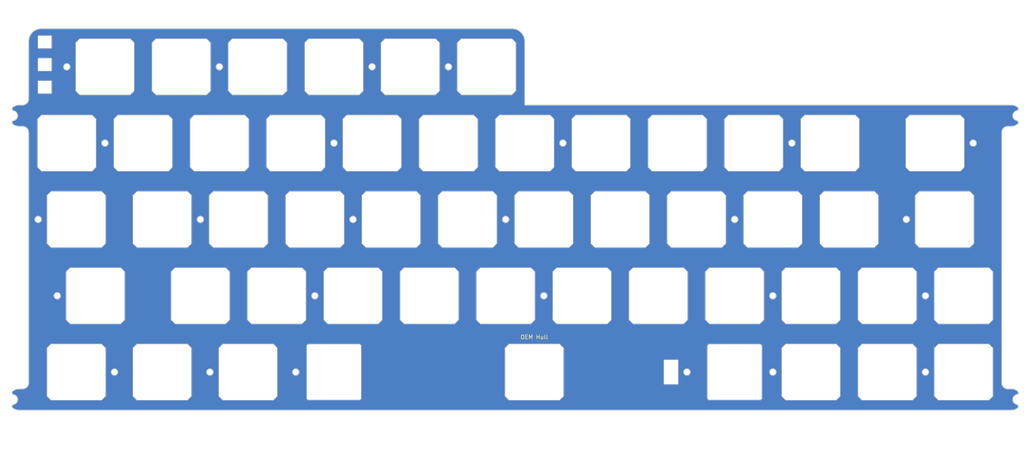
<source format=kicad_pcb>
(kicad_pcb (version 20240108) (generator "pcbnew") (generator_version "8.0")
  (layers (0 "F.Cu" signal) (31 "B.Cu" signal) (34 "B.Paste" user) (35 "F.Paste" user) (36 "B.SilkS" user "B.Silkscreen") (37 "F.SilkS" user "F.Silkscreen") (38 "B.Mask" user) (39 "F.Mask" user) (44 "Edge.Cuts" user))
  (net 0 "")
  (net 1 "GND")
  (footprint "cipulot_parts:ecs_plate_cut_1U" (layer "F.Cu") (at 242.8875 115.8875)
    (property "Reference" "REF**")
    (property "Value" "Value " (hide yes))
    (fp_line (start -7.3 -6) (end -7.3 6) (stroke (width 0.12)) (layer "Edge.Cuts"))
    (fp_line (start -7.3 6) (end -6.3 7) (stroke (width 0.12)) (layer "Edge.Cuts"))
    (fp_line (start -6.3 -7) (end -7.3 -6) (stroke (width 0.12)) (layer "Edge.Cuts"))
    (fp_line (start -6.3 7) (end 6.3 7) (stroke (width 0.12)) (layer "Edge.Cuts"))
    (fp_line (start 6.3 -7) (end -6.3 -7) (stroke (width 0.12)) (layer "Edge.Cuts"))
    (fp_line (start 6.3 -7) (end 7.3 -6) (stroke (width 0.12)) (layer "Edge.Cuts"))
    (fp_line (start 6.3 7) (end 7.3 6) (stroke (width 0.12)) (layer "Edge.Cuts"))
    (fp_line (start 7.3 6) (end 7.3 -6) (stroke (width 0.12)) (layer "Edge.Cuts"))
  )
  (footprint "cipulot_parts:ecs_plate_cut_1U" (layer "F.Cu") (at 45.24375 115.8875)
    (property "Reference" "REF**")
    (property "Value" "Value " (hide yes))
    (fp_line (start -7.3 -6) (end -7.3 6) (stroke (width 0.12)) (layer "Edge.Cuts"))
    (fp_line (start -7.3 6) (end -6.3 7) (stroke (width 0.12)) (layer "Edge.Cuts"))
    (fp_line (start -6.3 -7) (end -7.3 -6) (stroke (width 0.12)) (layer "Edge.Cuts"))
    (fp_line (start -6.3 7) (end 6.3 7) (stroke (width 0.12)) (layer "Edge.Cuts"))
    (fp_line (start 6.3 -7) (end -6.3 -7) (stroke (width 0.12)) (layer "Edge.Cuts"))
    (fp_line (start 6.3 -7) (end 7.3 -6) (stroke (width 0.12)) (layer "Edge.Cuts"))
    (fp_line (start 6.3 7) (end 7.3 6) (stroke (width 0.12)) (layer "Edge.Cuts"))
    (fp_line (start 7.3 6) (end 7.3 -6) (stroke (width 0.12)) (layer "Edge.Cuts"))
  )
  (footprint "cipulot_parts:ecs_plate_cut_1U" (layer "F.Cu") (at 190.5 77.7875)
    (property "Reference" "REF**")
    (property "Value" "Value " (hide yes))
    (fp_line (start -7.3 -6) (end -7.3 6) (stroke (width 0.12)) (layer "Edge.Cuts"))
    (fp_line (start -7.3 6) (end -6.3 7) (stroke (width 0.12)) (layer "Edge.Cuts"))
    (fp_line (start -6.3 -7) (end -7.3 -6) (stroke (width 0.12)) (layer "Edge.Cuts"))
    (fp_line (start -6.3 7) (end 6.3 7) (stroke (width 0.12)) (layer "Edge.Cuts"))
    (fp_line (start 6.3 -7) (end -6.3 -7) (stroke (width 0.12)) (layer "Edge.Cuts"))
    (fp_line (start 6.3 -7) (end 7.3 -6) (stroke (width 0.12)) (layer "Edge.Cuts"))
    (fp_line (start 6.3 7) (end 7.3 6) (stroke (width 0.12)) (layer "Edge.Cuts"))
    (fp_line (start 7.3 6) (end 7.3 -6) (stroke (width 0.12)) (layer "Edge.Cuts"))
  )
  (footprint "cipulot_parts:ecs_plate_cut_1U" (layer "F.Cu") (at 261.9375 134.9375)
    (property "Reference" "REF**")
    (property "Value" "Value " (hide yes))
    (fp_line (start -7.3 -6) (end -7.3 6) (stroke (width 0.12)) (layer "Edge.Cuts"))
    (fp_line (start -7.3 6) (end -6.3 7) (stroke (width 0.12)) (layer "Edge.Cuts"))
    (fp_line (start -6.3 -7) (end -7.3 -6) (stroke (width 0.12)) (layer "Edge.Cuts"))
    (fp_line (start -6.3 7) (end 6.3 7) (stroke (width 0.12)) (layer "Edge.Cuts"))
    (fp_line (start 6.3 -7) (end -6.3 -7) (stroke (width 0.12)) (layer "Edge.Cuts"))
    (fp_line (start 6.3 -7) (end 7.3 -6) (stroke (width 0.12)) (layer "Edge.Cuts"))
    (fp_line (start 6.3 7) (end 7.3 6) (stroke (width 0.12)) (layer "Edge.Cuts"))
    (fp_line (start 7.3 6) (end 7.3 -6) (stroke (width 0.12)) (layer "Edge.Cuts"))
  )
  (footprint "cipulot_parts:ecs_plate_cut_1U" (layer "F.Cu") (at 123.825 58.7375)
    (property "Reference" "REF**")
    (property "Value" "Value " (hide yes))
    (fp_line (start -7.3 -6) (end -7.3 6) (stroke (width 0.12)) (layer "Edge.Cuts"))
    (fp_line (start -7.3 6) (end -6.3 7) (stroke (width 0.12)) (layer "Edge.Cuts"))
    (fp_line (start -6.3 -7) (end -7.3 -6) (stroke (width 0.12)) (layer "Edge.Cuts"))
    (fp_line (start -6.3 7) (end 6.3 7) (stroke (width 0.12)) (layer "Edge.Cuts"))
    (fp_line (start 6.3 -7) (end -6.3 -7) (stroke (width 0.12)) (layer "Edge.Cuts"))
    (fp_line (start 6.3 -7) (end 7.3 -6) (stroke (width 0.12)) (layer "Edge.Cuts"))
    (fp_line (start 6.3 7) (end 7.3 6) (stroke (width 0.12)) (layer "Edge.Cuts"))
    (fp_line (start 7.3 6) (end 7.3 -6) (stroke (width 0.12)) (layer "Edge.Cuts"))
  )
  (footprint "cipulot_parts:ecs_plate_cut_1U" (layer "F.Cu") (at 261.9375 115.8875)
    (property "Reference" "REF**")
    (property "Value" "Value " (hide yes))
    (fp_line (start -7.3 -6) (end -7.3 6) (stroke (width 0.12)) (layer "Edge.Cuts"))
    (fp_line (start -7.3 6) (end -6.3 7) (stroke (width 0.12)) (layer "Edge.Cuts"))
    (fp_line (start -6.3 -7) (end -7.3 -6) (stroke (width 0.12)) (layer "Edge.Cuts"))
    (fp_line (start -6.3 7) (end 6.3 7) (stroke (width 0.12)) (layer "Edge.Cuts"))
    (fp_line (start 6.3 -7) (end -6.3 -7) (stroke (width 0.12)) (layer "Edge.Cuts"))
    (fp_line (start 6.3 -7) (end 7.3 -6) (stroke (width 0.12)) (layer "Edge.Cuts"))
    (fp_line (start 6.3 7) (end 7.3 6) (stroke (width 0.12)) (layer "Edge.Cuts"))
    (fp_line (start 7.3 6) (end 7.3 -6) (stroke (width 0.12)) (layer "Edge.Cuts"))
  )
  (footprint "cipulot_parts:ecs_plate_cut_1U" (layer "F.Cu") (at 85.725 58.7375)
    (property "Reference" "REF**")
    (property "Value" "Value " (hide yes))
    (fp_line (start -7.3 -6) (end -7.3 6) (stroke (width 0.12)) (layer "Edge.Cuts"))
    (fp_line (start -7.3 6) (end -6.3 7) (stroke (width 0.12)) (layer "Edge.Cuts"))
    (fp_line (start -6.3 -7) (end -7.3 -6) (stroke (width 0.12)) (layer "Edge.Cuts"))
    (fp_line (start -6.3 7) (end 6.3 7) (stroke (width 0.12)) (layer "Edge.Cuts"))
    (fp_line (start 6.3 -7) (end -6.3 -7) (stroke (width 0.12)) (layer "Edge.Cuts"))
    (fp_line (start 6.3 -7) (end 7.3 -6) (stroke (width 0.12)) (layer "Edge.Cuts"))
    (fp_line (start 6.3 7) (end 7.3 6) (stroke (width 0.12)) (layer "Edge.Cuts"))
    (fp_line (start 7.3 6) (end 7.3 -6) (stroke (width 0.12)) (layer "Edge.Cuts"))
  )
  (footprint "cipulot_parts:ecs_plate_cut_1U" (layer "F.Cu") (at 223.8375 115.8875)
    (property "Reference" "REF**")
    (property "Value" "Value " (hide yes))
    (fp_line (start -7.3 -6) (end -7.3 6) (stroke (width 0.12)) (layer "Edge.Cuts"))
    (fp_line (start -7.3 6) (end -6.3 7) (stroke (width 0.12)) (layer "Edge.Cuts"))
    (fp_line (start -6.3 -7) (end -7.3 -6) (stroke (width 0.12)) (layer "Edge.Cuts"))
    (fp_line (start -6.3 7) (end 6.3 7) (stroke (width 0.12)) (layer "Edge.Cuts"))
    (fp_line (start 6.3 -7) (end -6.3 -7) (stroke (width 0.12)) (layer "Edge.Cuts"))
    (fp_line (start 6.3 -7) (end 7.3 -6) (stroke (width 0.12)) (layer "Edge.Cuts"))
    (fp_line (start 6.3 7) (end 7.3 6) (stroke (width 0.12)) (layer "Edge.Cuts"))
    (fp_line (start 7.3 6) (end 7.3 -6) (stroke (width 0.12)) (layer "Edge.Cuts"))
  )
  (footprint "cipulot_parts:ecs_plate_cut_1U" (layer "F.Cu") (at 233.3625 96.8375)
    (property "Reference" "REF**")
    (property "Value" "Value " (hide yes))
    (fp_line (start -7.3 -6) (end -7.3 6) (stroke (width 0.12)) (layer "Edge.Cuts"))
    (fp_line (start -7.3 6) (end -6.3 7) (stroke (width 0.12)) (layer "Edge.Cuts"))
    (fp_line (start -6.3 -7) (end -7.3 -6) (stroke (width 0.12)) (layer "Edge.Cuts"))
    (fp_line (start -6.3 7) (end 6.3 7) (stroke (width 0.12)) (layer "Edge.Cuts"))
    (fp_line (start 6.3 -7) (end -6.3 -7) (stroke (width 0.12)) (layer "Edge.Cuts"))
    (fp_line (start 6.3 -7) (end 7.3 -6) (stroke (width 0.12)) (layer "Edge.Cuts"))
    (fp_line (start 6.3 7) (end 7.3 6) (stroke (width 0.12)) (layer "Edge.Cuts"))
    (fp_line (start 7.3 6) (end 7.3 -6) (stroke (width 0.12)) (layer "Edge.Cuts"))
  )
  (footprint "cipulot_parts:ecs_plate_cut_1U" (layer "F.Cu") (at 61.9125 96.8375)
    (property "Reference" "REF**")
    (property "Value" "Value " (hide yes))
    (fp_line (start -7.3 -6) (end -7.3 6) (stroke (width 0.12)) (layer "Edge.Cuts"))
    (fp_line (start -7.3 6) (end -6.3 7) (stroke (width 0.12)) (layer "Edge.Cuts"))
    (fp_line (start -6.3 -7) (end -7.3 -6) (stroke (width 0.12)) (layer "Edge.Cuts"))
    (fp_line (start -6.3 7) (end 6.3 7) (stroke (width 0.12)) (layer "Edge.Cuts"))
    (fp_line (start 6.3 -7) (end -6.3 -7) (stroke (width 0.12)) (layer "Edge.Cuts"))
    (fp_line (start 6.3 -7) (end 7.3 -6) (stroke (width 0.12)) (layer "Edge.Cuts"))
    (fp_line (start 6.3 7) (end 7.3 6) (stroke (width 0.12)) (layer "Edge.Cuts"))
    (fp_line (start 7.3 6) (end 7.3 -6) (stroke (width 0.12)) (layer "Edge.Cuts"))
  )
  (footprint "cipulot_parts:ecs_plate_cut_1U" (layer "F.Cu") (at 242.8875 134.9375)
    (property "Reference" "REF**")
    (property "Value" "Value " (hide yes))
    (fp_line (start -7.3 -6) (end -7.3 6) (stroke (width 0.12)) (layer "Edge.Cuts"))
    (fp_line (start -7.3 6) (end -6.3 7) (stroke (width 0.12)) (layer "Edge.Cuts"))
    (fp_line (start -6.3 -7) (end -7.3 -6) (stroke (width 0.12)) (layer "Edge.Cuts"))
    (fp_line (start -6.3 7) (end 6.3 7) (stroke (width 0.12)) (layer "Edge.Cuts"))
    (fp_line (start 6.3 -7) (end -6.3 -7) (stroke (width 0.12)) (layer "Edge.Cuts"))
    (fp_line (start 6.3 -7) (end 7.3 -6) (stroke (width 0.12)) (layer "Edge.Cuts"))
    (fp_line (start 6.3 7) (end 7.3 6) (stroke (width 0.12)) (layer "Edge.Cuts"))
    (fp_line (start 7.3 6) (end 7.3 -6) (stroke (width 0.12)) (layer "Edge.Cuts"))
  )
  (footprint "cipulot_parts:ecs_plate_cut_1U" (layer "F.Cu") (at 95.25 77.7875)
    (property "Reference" "REF**")
    (property "Value" "Value " (hide yes))
    (fp_line (start -7.3 -6) (end -7.3 6) (stroke (width 0.12)) (layer "Edge.Cuts"))
    (fp_line (start -7.3 6) (end -6.3 7) (stroke (width 0.12)) (layer "Edge.Cuts"))
    (fp_line (start -6.3 -7) (end -7.3 -6) (stroke (width 0.12)) (layer "Edge.Cuts"))
    (fp_line (start -6.3 7) (end 6.3 7) (stroke (width 0.12)) (layer "Edge.Cuts"))
    (fp_line (start 6.3 -7) (end -6.3 -7) (stroke (width 0.12)) (layer "Edge.Cuts"))
    (fp_line (start 6.3 -7) (end 7.3 -6) (stroke (width 0.12)) (layer "Edge.Cuts"))
    (fp_line (start 6.3 7) (end 7.3 6) (stroke (width 0.12)) (layer "Edge.Cuts"))
    (fp_line (start 7.3 6) (end 7.3 -6) (stroke (width 0.12)) (layer "Edge.Cuts"))
  )
  (footprint "cipulot_parts:ecs_plate_cut_1U" (layer "F.Cu") (at 157.1625 96.8375)
    (property "Reference" "REF**")
    (property "Value" "Value " (hide yes))
    (fp_line (start -7.3 -6) (end -7.3 6) (stroke (width 0.12)) (layer "Edge.Cuts"))
    (fp_line (start -7.3 6) (end -6.3 7) (stroke (width 0.12)) (layer "Edge.Cuts"))
    (fp_line (start -6.3 -7) (end -7.3 -6) (stroke (width 0.12)) (layer "Edge.Cuts"))
    (fp_line (start -6.3 7) (end 6.3 7) (stroke (width 0.12)) (layer "Edge.Cuts"))
    (fp_line (start 6.3 -7) (end -6.3 -7) (stroke (width 0.12)) (layer "Edge.Cuts"))
    (fp_line (start 6.3 -7) (end 7.3 -6) (stroke (width 0.12)) (layer "Edge.Cuts"))
    (fp_line (start 6.3 7) (end 7.3 6) (stroke (width 0.12)) (layer "Edge.Cuts"))
    (fp_line (start 7.3 6) (end 7.3 -6) (stroke (width 0.12)) (layer "Edge.Cuts"))
  )
  (footprint "cipulot_parts:ecs_plate_cut_1U" (layer "F.Cu") (at 109.5375 115.8875)
    (property "Reference" "REF**")
    (property "Value" "Value " (hide yes))
    (fp_line (start -7.3 -6) (end -7.3 6) (stroke (width 0.12)) (layer "Edge.Cuts"))
    (fp_line (start -7.3 6) (end -6.3 7) (stroke (width 0.12)) (layer "Edge.Cuts"))
    (fp_line (start -6.3 -7) (end -7.3 -6) (stroke (width 0.12)) (layer "Edge.Cuts"))
    (fp_line (start -6.3 7) (end 6.3 7) (stroke (width 0.12)) (layer "Edge.Cuts"))
    (fp_line (start 6.3 -7) (end -6.3 -7) (stroke (width 0.12)) (layer "Edge.Cuts"))
    (fp_line (start 6.3 -7) (end 7.3 -6) (stroke (width 0.12)) (layer "Edge.Cuts"))
    (fp_line (start 6.3 7) (end 7.3 6) (stroke (width 0.12)) (layer "Edge.Cuts"))
    (fp_line (start 7.3 6) (end 7.3 -6) (stroke (width 0.12)) (layer "Edge.Cuts"))
  )
  (footprint "cipulot_parts:ecs_plate_cut_1U" (layer "F.Cu") (at 176.2125 96.8375)
    (property "Reference" "REF**")
    (property "Value" "Value " (hide yes))
    (fp_line (start -7.3 -6) (end -7.3 6) (stroke (width 0.12)) (layer "Edge.Cuts"))
    (fp_line (start -7.3 6) (end -6.3 7) (stroke (width 0.12)) (layer "Edge.Cuts"))
    (fp_line (start -6.3 -7) (end -7.3 -6) (stroke (width 0.12)) (layer "Edge.Cuts"))
    (fp_line (start -6.3 7) (end 6.3 7) (stroke (width 0.12)) (layer "Edge.Cuts"))
    (fp_line (start 6.3 -7) (end -6.3 -7) (stroke (width 0.12)) (layer "Edge.Cuts"))
    (fp_line (start 6.3 -7) (end 7.3 -6) (stroke (width 0.12)) (layer "Edge.Cuts"))
    (fp_line (start 6.3 7) (end 7.3 6) (stroke (width 0.12)) (layer "Edge.Cuts"))
    (fp_line (start 7.3 6) (end 7.3 -6) (stroke (width 0.12)) (layer "Edge.Cuts"))
  )
  (footprint "cipulot_parts:ecs_plate_cut_1U" (layer "F.Cu") (at 76.2 77.7875)
    (property "Reference" "REF**")
    (property "Value" "Value " (hide yes))
    (fp_line (start -7.3 -6) (end -7.3 6) (stroke (width 0.12)) (layer "Edge.Cuts"))
    (fp_line (start -7.3 6) (end -6.3 7) (stroke (width 0.12)) (layer "Edge.Cuts"))
    (fp_line (start -6.3 -7) (end -7.3 -6) (stroke (width 0.12)) (layer "Edge.Cuts"))
    (fp_line (start -6.3 7) (end 6.3 7) (stroke (width 0.12)) (layer "Edge.Cuts"))
    (fp_line (start 6.3 -7) (end -6.3 -7) (stroke (width 0.12)) (layer "Edge.Cuts"))
    (fp_line (start 6.3 -7) (end 7.3 -6) (stroke (width 0.12)) (layer "Edge.Cuts"))
    (fp_line (start 6.3 7) (end 7.3 6) (stroke (width 0.12)) (layer "Edge.Cuts"))
    (fp_line (start 7.3 6) (end 7.3 -6) (stroke (width 0.12)) (layer "Edge.Cuts"))
  )
  (footprint "cipulot_parts:ecs_plate_cut_1U" (layer "F.Cu") (at 66.675 58.7375)
    (property "Reference" "REF**")
    (property "Value" "Value " (hide yes))
    (fp_line (start -7.3 -6) (end -7.3 6) (stroke (width 0.12)) (layer "Edge.Cuts"))
    (fp_line (start -7.3 6) (end -6.3 7) (stroke (width 0.12)) (layer "Edge.Cuts"))
    (fp_line (start -6.3 -7) (end -7.3 -6) (stroke (width 0.12)) (layer "Edge.Cuts"))
    (fp_line (start -6.3 7) (end 6.3 7) (stroke (width 0.12)) (layer "Edge.Cuts"))
    (fp_line (start 6.3 -7) (end -6.3 -7) (stroke (width 0.12)) (layer "Edge.Cuts"))
    (fp_line (start 6.3 -7) (end 7.3 -6) (stroke (width 0.12)) (layer "Edge.Cuts"))
    (fp_line (start 6.3 7) (end 7.3 6) (stroke (width 0.12)) (layer "Edge.Cuts"))
    (fp_line (start 7.3 6) (end 7.3 -6) (stroke (width 0.12)) (layer "Edge.Cuts"))
  )
  (footprint "cipulot_parts:ecs_plate_cut_1U" (layer "F.Cu") (at 128.5875 115.8875)
    (property "Reference" "REF**")
    (property "Value" "Value " (hide yes))
    (fp_line (start -7.3 -6) (end -7.3 6) (stroke (width 0.12)) (layer "Edge.Cuts"))
    (fp_line (start -7.3 6) (end -6.3 7) (stroke (width 0.12)) (layer "Edge.Cuts"))
    (fp_line (start -6.3 -7) (end -7.3 -6) (stroke (width 0.12)) (layer "Edge.Cuts"))
    (fp_line (start -6.3 7) (end 6.3 7) (stroke (width 0.12)) (layer "Edge.Cuts"))
    (fp_line (start 6.3 -7) (end -6.3 -7) (stroke (width 0.12)) (layer "Edge.Cuts"))
    (fp_line (start 6.3 -7) (end 7.3 -6) (stroke (width 0.12)) (layer "Edge.Cuts"))
    (fp_line (start 6.3 7) (end 7.3 6) (stroke (width 0.12)) (layer "Edge.Cuts"))
    (fp_line (start 7.3 6) (end 7.3 -6) (stroke (width 0.12)) (layer "Edge.Cuts"))
  )
  (footprint "cipulot_parts:ecs_plate_cut_1U" (layer "F.Cu") (at 40.48125 134.9375)
    (property "Reference" "REF**")
    (property "Value" "Value " (hide yes))
    (fp_line (start -7.3 -6) (end -7.3 6) (stroke (width 0.12)) (layer "Edge.Cuts"))
    (fp_line (start -7.3 6) (end -6.3 7) (stroke (width 0.12)) (layer "Edge.Cuts"))
    (fp_line (start -6.3 -7) (end -7.3 -6) (stroke (width 0.12)) (layer "Edge.Cuts"))
    (fp_line (start -6.3 7) (end 6.3 7) (stroke (width 0.12)) (layer "Edge.Cuts"))
    (fp_line (start 6.3 -7) (end -6.3 -7) (stroke (width 0.12)) (layer "Edge.Cuts"))
    (fp_line (start 6.3 -7) (end 7.3 -6) (stroke (width 0.12)) (layer "Edge.Cuts"))
    (fp_line (start 6.3 7) (end 7.3 6) (stroke (width 0.12)) (layer "Edge.Cuts"))
    (fp_line (start 7.3 6) (end 7.3 -6) (stroke (width 0.12)) (layer "Edge.Cuts"))
  )
  (footprint "cipulot_parts:ecs_plate_cut_1U" (layer "F.Cu") (at 57.15 77.7875)
    (property "Reference" "REF**")
    (property "Value" "Value " (hide yes))
    (fp_line (start -7.3 -6) (end -7.3 6) (stroke (width 0.12)) (layer "Edge.Cuts"))
    (fp_line (start -7.3 6) (end -6.3 7) (stroke (width 0.12)) (layer "Edge.Cuts"))
    (fp_line (start -6.3 -7) (end -7.3 -6) (stroke (width 0.12)) (layer "Edge.Cuts"))
    (fp_line (start -6.3 7) (end 6.3 7) (stroke (width 0.12)) (layer "Edge.Cuts"))
    (fp_line (start 6.3 -7) (end -6.3 -7) (stroke (width 0.12)) (layer "Edge.Cuts"))
    (fp_line (start 6.3 -7) (end 7.3 -6) (stroke (width 0.12)) (layer "Edge.Cuts"))
    (fp_line (start 6.3 7) (end 7.3 6) (stroke (width 0.12)) (layer "Edge.Cuts"))
    (fp_line (start 7.3 6) (end 7.3 -6) (stroke (width 0.12)) (layer "Edge.Cuts"))
  )
  (footprint "cipulot_parts:ecs_plate_cut_1U" (layer "F.Cu") (at 47.625 58.7375)
    (property "Reference" "REF**")
    (property "Value" "Value " (hide yes))
    (fp_line (start -7.3 -6) (end -7.3 6) (stroke (width 0.12)) (layer "Edge.Cuts"))
    (fp_line (start -7.3 6) (end -6.3 7) (stroke (width 0.12)) (layer "Edge.Cuts"))
    (fp_line (start -6.3 -7) (end -7.3 -6) (stroke (width 0.12)) (layer "Edge.Cuts"))
    (fp_line (start -6.3 7) (end 6.3 7) (stroke (width 0.12)) (layer "Edge.Cuts"))
    (fp_line (start 6.3 -7) (end -6.3 -7) (stroke (width 0.12)) (layer "Edge.Cuts"))
    (fp_line (start 6.3 -7) (end 7.3 -6) (stroke (width 0.12)) (layer "Edge.Cuts"))
    (fp_line (start 6.3 7) (end 7.3 6) (stroke (width 0.12)) (layer "Edge.Cuts"))
    (fp_line (start 7.3 6) (end 7.3 -6) (stroke (width 0.12)) (layer "Edge.Cuts"))
  )
  (footprint "cipulot_parts:ecs_plate_cut_1U" (layer "F.Cu") (at 40.48125 96.8375)
    (property "Reference" "REF**")
    (property "Value" "Value " (hide yes))
    (fp_line (start -7.3 -6) (end -7.3 6) (stroke (width 0.12)) (layer "Edge.Cuts"))
    (fp_line (start -7.3 6) (end -6.3 7) (stroke (width 0.12)) (layer "Edge.Cuts"))
    (fp_line (start -6.3 -7) (end -7.3 -6) (stroke (width 0.12)) (layer "Edge.Cuts"))
    (fp_line (start -6.3 7) (end 6.3 7) (stroke (width 0.12)) (layer "Edge.Cuts"))
    (fp_line (start 6.3 -7) (end -6.3 -7) (stroke (width 0.12)) (layer "Edge.Cuts"))
    (fp_line (start 6.3 -7) (end 7.3 -6) (stroke (width 0.12)) (layer "Edge.Cuts"))
    (fp_line (start 6.3 7) (end 7.3 6) (stroke (width 0.12)) (layer "Edge.Cuts"))
    (fp_line (start 7.3 6) (end 7.3 -6) (stroke (width 0.12)) (layer "Edge.Cuts"))
  )
  (footprint "cipulot_parts:ecs_plate_cut_1U" (layer "F.Cu") (at 171.45 77.7875)
    (property "Reference" "REF**")
    (property "Value" "Value " (hide yes))
    (fp_line (start -7.3 -6) (end -7.3 6) (stroke (width 0.12)) (layer "Edge.Cuts"))
    (fp_line (start -7.3 6) (end -6.3 7) (stroke (width 0.12)) (layer "Edge.Cuts"))
    (fp_line (start -6.3 -7) (end -7.3 -6) (stroke (width 0.12)) (layer "Edge.Cuts"))
    (fp_line (start -6.3 7) (end 6.3 7) (stroke (width 0.12)) (layer "Edge.Cuts"))
    (fp_line (start 6.3 -7) (end -6.3 -7) (stroke (width 0.12)) (layer "Edge.Cuts"))
    (fp_line (start 6.3 -7) (end 7.3 -6) (stroke (width 0.12)) (layer "Edge.Cuts"))
    (fp_line (start 6.3 7) (end 7.3 6) (stroke (width 0.12)) (layer "Edge.Cuts"))
    (fp_line (start 7.3 6) (end 7.3 -6) (stroke (width 0.12)) (layer "Edge.Cuts"))
  )
  (footprint "cipulot_parts:ecs_plate_cut_1U" (layer "F.Cu") (at 100.0125 96.8375)
    (property "Reference" "REF**")
    (property "Value" "Value " (hide yes))
    (fp_line (start -7.3 -6) (end -7.3 6) (stroke (width 0.12)) (layer "Edge.Cuts"))
    (fp_line (start -7.3 6) (end -6.3 7) (stroke (width 0.12)) (layer "Edge.Cuts"))
    (fp_line (start -6.3 -7) (end -7.3 -6) (stroke (width 0.12)) (layer "Edge.Cuts"))
    (fp_line (start -6.3 7) (end 6.3 7) (stroke (width 0.12)) (layer "Edge.Cuts"))
    (fp_line (start 6.3 -7) (end -6.3 -7) (stroke (width 0.12)) (layer "Edge.Cuts"))
    (fp_line (start 6.3 -7) (end 7.3 -6) (stroke (width 0.12)) (layer "Edge.Cuts"))
    (fp_line (start 6.3 7) (end 7.3 6) (stroke (width 0.12)) (layer "Edge.Cuts"))
    (fp_line (start 7.3 6) (end 7.3 -6) (stroke (width 0.12)) (layer "Edge.Cuts"))
  )
  (footprint "cipulot_parts:ecs_plate_cut_1U" (layer "F.Cu") (at 114.3 77.7875)
    (property "Reference" "REF**")
    (property "Value" "Value " (hide yes))
    (fp_line (start -7.3 -6) (end -7.3 6) (stroke (width 0.12)) (layer "Edge.Cuts"))
    (fp_line (start -7.3 6) (end -6.3 7) (stroke (width 0.12)) (layer "Edge.Cuts"))
    (fp_line (start -6.3 -7) (end -7.3 -6) (stroke (width 0.12)) (layer "Edge.Cuts"))
    (fp_line (start -6.3 7) (end 6.3 7) (stroke (width 0.12)) (layer "Edge.Cuts"))
    (fp_line (start 6.3 -7) (end -6.3 -7) (stroke (width 0.12)) (layer "Edge.Cuts"))
    (fp_line (start 6.3 -7) (end 7.3 -6) (stroke (width 0.12)) (layer "Edge.Cuts"))
    (fp_line (start 6.3 7) (end 7.3 6) (stroke (width 0.12)) (layer "Edge.Cuts"))
    (fp_line (start 7.3 6) (end 7.3 -6) (stroke (width 0.12)) (layer "Edge.Cuts"))
  )
  (footprint "cipulot_parts:ecs_plate_cut_1U" (layer "F.Cu") (at 204.7875 115.8875)
    (property "Reference" "REF**")
    (property "Value" "Value " (hide yes))
    (fp_line (start -7.3 -6) (end -7.3 6) (stroke (width 0.12)) (layer "Edge.Cuts"))
    (fp_line (start -7.3 6) (end -6.3 7) (stroke (width 0.12)) (layer "Edge.Cuts"))
    (fp_line (start -6.3 -7) (end -7.3 -6) (stroke (width 0.12)) (layer "Edge.Cuts"))
    (fp_line (start -6.3 7) (end 6.3 7) (stroke (width 0.12)) (layer "Edge.Cuts"))
    (fp_line (start 6.3 -7) (end -6.3 -7) (stroke (width 0.12)) (layer "Edge.Cuts"))
    (fp_line (start 6.3 -7) (end 7.3 -6) (stroke (width 0.12)) (layer "Edge.Cuts"))
    (fp_line (start 6.3 7) (end 7.3 6) (stroke (width 0.12)) (layer "Edge.Cuts"))
    (fp_line (start 7.3 6) (end 7.3 -6) (stroke (width 0.12)) (layer "Edge.Cuts"))
  )
  (footprint "cipulot_parts:ecs_plate_cut_1U" (layer "F.Cu") (at 80.9625 96.8375)
    (property "Reference" "REF**")
    (property "Value" "Value " (hide yes))
    (fp_line (start -7.3 -6) (end -7.3 6) (stroke (width 0.12)) (layer "Edge.Cuts"))
    (fp_line (start -7.3 6) (end -6.3 7) (stroke (width 0.12)) (layer "Edge.Cuts"))
    (fp_line (start -6.3 -7) (end -7.3 -6) (stroke (width 0.12)) (layer "Edge.Cuts"))
    (fp_line (start -6.3 7) (end 6.3 7) (stroke (width 0.12)) (layer "Edge.Cuts"))
    (fp_line (start 6.3 -7) (end -6.3 -7) (stroke (width 0.12)) (layer "Edge.Cuts"))
    (fp_line (start 6.3 -7) (end 7.3 -6) (stroke (width 0.12)) (layer "Edge.Cuts"))
    (fp_line (start 6.3 7) (end 7.3 6) (stroke (width 0.12)) (layer "Edge.Cuts"))
    (fp_line (start 7.3 6) (end 7.3 -6) (stroke (width 0.12)) (layer "Edge.Cuts"))
  )
  (footprint "cipulot_parts:ecs_plate_cut_1U" (layer "F.Cu") (at 83.34375 134.9375)
    (property "Reference" "REF**")
    (property "Value" "Value " (hide yes))
    (fp_line (start -7.3 -6) (end -7.3 6) (stroke (width 0.12)) (layer "Edge.Cuts"))
    (fp_line (start -7.3 6) (end -6.3 7) (stroke (width 0.12)) (layer "Edge.Cuts"))
    (fp_line (start -6.3 -7) (end -7.3 -6) (stroke (width 0.12)) (layer "Edge.Cuts"))
    (fp_line (start -6.3 7) (end 6.3 7) (stroke (width 0.12)) (layer "Edge.Cuts"))
    (fp_line (start 6.3 -7) (end -6.3 -7) (stroke (width 0.12)) (layer "Edge.Cuts"))
    (fp_line (start 6.3 -7) (end 7.3 -6) (stroke (width 0.12)) (layer "Edge.Cuts"))
    (fp_line (start 6.3 7) (end 7.3 6) (stroke (width 0.12)) (layer "Edge.Cuts"))
    (fp_line (start 7.3 6) (end 7.3 -6) (stroke (width 0.12)) (layer "Edge.Cuts"))
  )
  (footprint "cipulot_parts:ecs_plate_cut_1U" (layer "F.Cu") (at 214.3125 96.8375)
    (property "Reference" "REF**")
    (property "Value" "Value " (hide yes))
    (fp_line (start -7.3 -6) (end -7.3 6) (stroke (width 0.12)) (layer "Edge.Cuts"))
    (fp_line (start -7.3 6) (end -6.3 7) (stroke (width 0.12)) (layer "Edge.Cuts"))
    (fp_line (start -6.3 -7) (end -7.3 -6) (stroke (width 0.12)) (layer "Edge.Cuts"))
    (fp_line (start -6.3 7) (end 6.3 7) (stroke (width 0.12)) (layer "Edge.Cuts"))
    (fp_line (start 6.3 -7) (end -6.3 -7) (stroke (width 0.12)) (layer "Edge.Cuts"))
    (fp_line (start 6.3 -7) (end 7.3 -6) (stroke (width 0.12)) (layer "Edge.Cuts"))
    (fp_line (start 6.3 7) (end 7.3 6) (stroke (width 0.12)) (layer "Edge.Cuts"))
    (fp_line (start 7.3 6) (end 7.3 -6) (stroke (width 0.12)) (layer "Edge.Cuts"))
  )
  (footprint "cipulot_parts:ecs_plate_cut_1U" (layer "F.Cu") (at 38.1 77.7875)
    (property "Reference" "REF**")
    (property "Value" "Value " (hide yes))
    (fp_line (start -7.3 -6) (end -7.3 6) (stroke (width 0.12)) (layer "Edge.Cuts"))
    (fp_line (start -7.3 6) (end -6.3 7) (stroke (width 0.12)) (layer "Edge.Cuts"))
    (fp_line (start -6.3 -7) (end -7.3 -6) (stroke (width 0.12)) (layer "Edge.Cuts"))
    (fp_line (start -6.3 7) (end 6.3 7) (stroke (width 0.12)) (layer "Edge.Cuts"))
    (fp_line (start 6.3 -7) (end -6.3 -7) (stroke (width 0.12)) (layer "Edge.Cuts"))
    (fp_line (start 6.3 -7) (end 7.3 -6) (stroke (width 0.12)) (layer "Edge.Cuts"))
    (fp_line (start 6.3 7) (end 7.3 6) (stroke (width 0.12)) (layer "Edge.Cuts"))
    (fp_line (start 7.3 6) (end 7.3 -6) (stroke (width 0.12)) (layer "Edge.Cuts"))
  )
  (footprint "cipulot_parts:ecs_plate_cut_1U" (layer "F.Cu") (at 138.1125 96.8375)
    (property "Reference" "REF**")
    (property "Value" "Value " (hide yes))
    (fp_line (start -7.3 -6) (end -7.3 6) (stroke (width 0.12)) (layer "Edge.Cuts"))
    (fp_line (start -7.3 6) (end -6.3 7) (stroke (width 0.12)) (layer "Edge.Cuts"))
    (fp_line (start -6.3 -7) (end -7.3 -6) (stroke (width 0.12)) (layer "Edge.Cuts"))
    (fp_line (start -6.3 7) (end 6.3 7) (stroke (width 0.12)) (layer "Edge.Cuts"))
    (fp_line (start 6.3 -7) (end -6.3 -7) (stroke (width 0.12)) (layer "Edge.Cuts"))
    (fp_line (start 6.3 -7) (end 7.3 -6) (stroke (width 0.12)) (layer "Edge.Cuts"))
    (fp_line (start 6.3 7) (end 7.3 6) (stroke (width 0.12)) (layer "Edge.Cuts"))
    (fp_line (start 7.3 6) (end 7.3 -6) (stroke (width 0.12)) (layer "Edge.Cuts"))
  )
  (footprint "cipulot_parts:ecs_plate_cut_6.25U_space_stab" (layer "F.Cu") (at 154.78125 134.9375)
    (property "Reference" "REF**")
    (property "Value" "Value " (hide yes))
    (fp_line (start -56.8065 6.45) (end -56.8065 -6.45) (stroke (width 0.12)) (layer "Edge.Cuts"))
    (fp_line (start -56.3065 -6.95) (end -43.7065 -6.95) (stroke (width 0.12)) (layer "Edge.Cuts"))
    (fp_line (start -43.7065 6.95) (end -56.3065 6.95) (stroke (width 0.12)) (layer "Edge.Cuts"))
    (fp_line (start -43.2065 -6.45) (end -43.2065 6.45) (stroke (width 0.12)) (layer "Edge.Cuts"))
    (fp_line (start 43.2065 6.45) (end 43.2065 -6.45) (stroke (width 0.12)) (layer "Edge.Cuts"))
    (fp_line (start 43.7065 -6.95) (end 56.3065 -6.95) (stroke (width 0.12)) (layer "Edge.Cuts"))
    (fp_line (start 56.3065 6.95) (end 43.7065 6.95) (stroke (width 0.12)) (layer "Edge.Cuts"))
    (fp_line (start 56.8065 -6.45) (end 56.8065 6.45) (stroke (width 0.12)) (layer "Edge.Cuts"))
    (fp_arc (start -56.8065 -6.45) (mid -56.660053 -6.803553) (end -56.3065 -6.95) (stroke (width 0.12)) (layer "Edge.Cuts"))
    (fp_arc (start -56.3065 6.95) (mid -56.660053 6.803553) (end -56.8065 6.45) (stroke (width 0.12)) (layer "Edge.Cuts"))
    (fp_arc (start -43.7065 -6.95) (mid -43.352947 -6.803553) (end -43.2065 -6.45) (stroke (width 0.12)) (layer "Edge.Cuts"))
    (fp_arc (start -43.2065 6.45) (mid -43.352947 6.803553) (end -43.7065 6.95) (stroke (width 0.12)) (layer "Edge.Cuts"))
    (fp_arc (start 43.2065 -6.45) (mid 43.352947 -6.803553) (end 43.7065 -6.95) (stroke (width 0.12)) (layer "Edge.Cuts"))
    (fp_arc (start 43.7065 6.95) (mid 43.352947 6.803553) (end 43.2065 6.45) (stroke (width 0.12)) (layer "Edge.Cuts"))
    (fp_arc (start 56.3065 -6.95) (mid 56.660053 -6.803553) (end 56.8065 -6.45) (stroke (width 0.12)) (layer "Edge.Cuts"))
    (fp_arc (start 56.8065 6.45) (mid 56.660053 6.803553) (end 56.3065 6.95) (stroke (width 0.12)) (layer "Edge.Cuts"))
  )
  (footprint "cipulot_parts:ecs_plate_cut_1U" (layer "F.Cu") (at 254.79375 77.7875)
    (property "Reference" "REF**")
    (property "Value" "Value " (hide yes))
    (fp_line (start -7.3 -6) (end -7.3 6) (stroke (width 0.12)) (layer "Edge.Cuts"))
    (fp_line (start -7.3 6) (end -6.3 7) (stroke (width 0.12)) (layer "Edge.Cuts"))
    (fp_line (start -6.3 -7) (end -7.3 -6) (stroke (width 0.12)) (layer "Edge.Cuts"))
    (fp_line (start -6.3 7) (end 6.3 7) (stroke (width 0.12)) (layer "Edge.Cuts"))
    (fp_line (start 6.3 -7) (end -6.3 -7) (stroke (width 0.12)) (layer "Edge.Cuts"))
    (fp_line (start 6.3 -7) (end 7.3 -6) (stroke (width 0.12)) (layer "Edge.Cuts"))
    (fp_line (start 6.3 7) (end 7.3 6) (stroke (width 0.12)) (layer "Edge.Cuts"))
    (fp_line (start 7.3 6) (end 7.3 -6) (stroke (width 0.12)) (layer "Edge.Cuts"))
  )
  (footprint "cipulot_parts:ecs_plate_cut_1U" (layer "F.Cu") (at 223.8375 134.9375)
    (property "Reference" "REF**")
    (property "Value" "Value " (hide yes))
    (fp_line (start -7.3 -6) (end -7.3 6) (stroke (width 0.12)) (layer "Edge.Cuts"))
    (fp_line (start -7.3 6) (end -6.3 7) (stroke (width 0.12)) (layer "Edge.Cuts"))
    (fp_line (start -6.3 -7) (end -7.3 -6) (stroke (width 0.12)) (layer "Edge.Cuts"))
    (fp_line (start -6.3 7) (end 6.3 7) (stroke (width 0.12)) (layer "Edge.Cuts"))
    (fp_line (start 6.3 -7) (end -6.3 -7) (stroke (width 0.12)) (layer "Edge.Cuts"))
    (fp_line (start 6.3 -7) (end 7.3 -6) (stroke (width 0.12)) (layer "Edge.Cuts"))
    (fp_line (start 6.3 7) (end 7.3 6) (stroke (width 0.12)) (layer "Edge.Cuts"))
    (fp_line (start 7.3 6) (end 7.3 -6) (stroke (width 0.12)) (layer "Edge.Cuts"))
  )
  (footprint "cipulot_parts:ecs_plate_cut_1U" (layer "F.Cu") (at 209.55 77.7875)
    (property "Reference" "REF**")
    (property "Value" "Value " (hide yes))
    (fp_line (start -7.3 -6) (end -7.3 6) (stroke (width 0.12)) (layer "Edge.Cuts"))
    (fp_line (start -7.3 6) (end -6.3 7) (stroke (width 0.12)) (layer "Edge.Cuts"))
    (fp_line (start -6.3 -7) (end -7.3 -6) (stroke (width 0.12)) (layer "Edge.Cuts"))
    (fp_line (start -6.3 7) (end 6.3 7) (stroke (width 0.12)) (layer "Edge.Cuts"))
    (fp_line (start 6.3 -7) (end -6.3 -7) (stroke (width 0.12)) (layer "Edge.Cuts"))
    (fp_line (start 6.3 -7) (end 7.3 -6) (stroke (width 0.12)) (layer "Edge.Cuts"))
    (fp_line (start 6.3 7) (end 7.3 6) (stroke (width 0.12)) (layer "Edge.Cuts"))
    (fp_line (start 7.3 6) (end 7.3 -6) (stroke (width 0.12)) (layer "Edge.Cuts"))
  )
  (footprint "cipulot_parts:ecs_plate_cut_1U" (layer "F.Cu") (at 195.2625 96.8375)
    (property "Reference" "REF**")
    (property "Value" "Value " (hide yes))
    (fp_line (start -7.3 -6) (end -7.3 6) (stroke (width 0.12)) (layer "Edge.Cuts"))
    (fp_line (start -7.3 6) (end -6.3 7) (stroke (width 0.12)) (layer "Edge.Cuts"))
    (fp_line (start -6.3 -7) (end -7.3 -6) (stroke (width 0.12)) (layer "Edge.Cuts"))
    (fp_line (start -6.3 7) (end 6.3 7) (stroke (width 0.12)) (layer "Edge.Cuts"))
    (fp_line (start 6.3 -7) (end -6.3 -7) (stroke (width 0.12)) (layer "Edge.Cuts"))
    (fp_line (start 6.3 -7) (end 7.3 -6) (stroke (width 0.12)) (layer "Edge.Cuts"))
    (fp_line (start 6.3 7) (end 7.3 6) (stroke (width 0.12)) (layer "Edge.Cuts"))
    (fp_line (start 7.3 6) (end 7.3 -6) (stroke (width 0.12)) (layer "Edge.Cuts"))
  )
  (footprint "cipulot_parts:ecs_plate_cut_1U" (layer "F.Cu") (at 185.7375 115.8875)
    (property "Reference" "REF**")
    (property "Value" "Value " (hide yes))
    (fp_line (start -7.3 -6) (end -7.3 6) (stroke (width 0.12)) (layer "Edge.Cuts"))
    (fp_line (start -7.3 6) (end -6.3 7) (stroke (width 0.12)) (layer "Edge.Cuts"))
    (fp_line (start -6.3 -7) (end -7.3 -6) (stroke (width 0.12)) (layer "Edge.Cuts"))
    (fp_line (start -6.3 7) (end 6.3 7) (stroke (width 0.12)) (layer "Edge.Cuts"))
    (fp_line (start 6.3 -7) (end -6.3 -7) (stroke (width 0.12)) (layer "Edge.Cuts"))
    (fp_line (start 6.3 -7) (end 7.3 -6) (stroke (width 0.12)) (layer "Edge.Cuts"))
    (fp_line (start 6.3 7) (end 7.3 6) (stroke (width 0.12)) (layer "Edge.Cuts"))
    (fp_line (start 7.3 6) (end 7.3 -6) (stroke (width 0.12)) (layer "Edge.Cuts"))
  )
  (footprint "cipulot_parts:ecs_plate_cut_1U" (layer "F.Cu") (at 154.78125 134.9375)
    (property "Reference" "REF**")
    (property "Value" "Value " (hide yes))
    (fp_line (start -7.3 -6) (end -7.3 6) (stroke (width 0.12)) (layer "Edge.Cuts"))
    (fp_line (start -7.3 6) (end -6.3 7) (stroke (width 0.12)) (layer "Edge.Cuts"))
    (fp_line (start -6.3 -7) (end -7.3 -6) (stroke (width 0.12)) (layer "Edge.Cuts"))
    (fp_line (start -6.3 7) (end 6.3 7) (stroke (width 0.12)) (layer "Edge.Cuts"))
    (fp_line (start 6.3 -7) (end -6.3 -7) (stroke (width 0.12)) (layer "Edge.Cuts"))
    (fp_line (start 6.3 -7) (end 7.3 -6) (stroke (width 0.12)) (layer "Edge.Cuts"))
    (fp_line (start 6.3 7) (end 7.3 6) (stroke (width 0.12)) (layer "Edge.Cuts"))
    (fp_line (start 7.3 6) (end 7.3 -6) (stroke (width 0.12)) (layer "Edge.Cuts"))
  )
  (footprint "cipulot_parts:ecs_plate_cut_1U" (layer "F.Cu") (at 61.9125 134.9375)
    (property "Reference" "REF**")
    (property "Value" "Value " (hide yes))
    (fp_line (start -7.3 -6) (end -7.3 6) (stroke (width 0.12)) (layer "Edge.Cuts"))
    (fp_line (start -7.3 6) (end -6.3 7) (stroke (width 0.12)) (layer "Edge.Cuts"))
    (fp_line (start -6.3 -7) (end -7.3 -6) (stroke (width 0.12)) (layer "Edge.Cuts"))
    (fp_line (start -6.3 7) (end 6.3 7) (stroke (width 0.12)) (layer "Edge.Cuts"))
    (fp_line (start 6.3 -7) (end -6.3 -7) (stroke (width 0.12)) (layer "Edge.Cuts"))
    (fp_line (start 6.3 -7) (end 7.3 -6) (stroke (width 0.12)) (layer "Edge.Cuts"))
    (fp_line (start 6.3 7) (end 7.3 6) (stroke (width 0.12)) (layer "Edge.Cuts"))
    (fp_line (start 7.3 6) (end 7.3 -6) (stroke (width 0.12)) (layer "Edge.Cuts"))
  )
  (footprint "cipulot_parts:ecs_plate_cut_1U" (layer "F.Cu") (at 147.6375 115.8875)
    (property "Reference" "REF**")
    (property "Value" "Value " (hide yes))
    (fp_line (start -7.3 -6) (end -7.3 6) (stroke (width 0.12)) (layer "Edge.Cuts"))
    (fp_line (start -7.3 6) (end -6.3 7) (stroke (width 0.12)) (layer "Edge.Cuts"))
    (fp_line (start -6.3 -7) (end -7.3 -6) (stroke (width 0.12)) (layer "Edge.Cuts"))
    (fp_line (start -6.3 7) (end 6.3 7) (stroke (width 0.12)) (layer "Edge.Cuts"))
    (fp_line (start 6.3 -7) (end -6.3 -7) (stroke (width 0.12)) (layer "Edge.Cuts"))
    (fp_line (start 6.3 -7) (end 7.3 -6) (stroke (width 0.12)) (layer "Edge.Cuts"))
    (fp_line (start 6.3 7) (end 7.3 6) (stroke (width 0.12)) (layer "Edge.Cuts"))
    (fp_line (start 7.3 6) (end 7.3 -6) (stroke (width 0.12)) (layer "Edge.Cuts"))
  )
  (footprint "cipulot_parts:ecs_plate_cut_1U" (layer "F.Cu") (at 119.0625 96.8375)
    (property "Reference" "REF**")
    (property "Value" "Value " (hide yes))
    (fp_line (start -7.3 -6) (end -7.3 6) (stroke (width 0.12)) (layer "Edge.Cuts"))
    (fp_line (start -7.3 6) (end -6.3 7) (stroke (width 0.12)) (layer "Edge.Cuts"))
    (fp_line (start -6.3 -7) (end -7.3 -6) (stroke (width 0.12)) (layer "Edge.Cuts"))
    (fp_line (start -6.3 7) (end 6.3 7) (stroke (width 0.12)) (layer "Edge.Cuts"))
    (fp_line (start 6.3 -7) (end -6.3 -7) (stroke (width 0.12)) (layer "Edge.Cuts"))
    (fp_line (start 6.3 -7) (end 7.3 -6) (stroke (width 0.12)) (layer "Edge.Cuts"))
    (fp_line (start 6.3 7) (end 7.3 6) (stroke (width 0.12)) (layer "Edge.Cuts"))
    (fp_line (start 7.3 6) (end 7.3 -6) (stroke (width 0.12)) (layer "Edge.Cuts"))
  )
  (footprint "cipulot_parts:ecs_plate_cut_1U" (layer "F.Cu") (at 152.4 77.7875)
    (property "Reference" "REF**")
    (property "Value" "Value " (hide yes))
    (fp_line (start -7.3 -6) (end -7.3 6) (stroke (width 0.12)) (layer "Edge.Cuts"))
    (fp_line (start -7.3 6) (end -6.3 7) (stroke (width 0.12)) (layer "Edge.Cuts"))
    (fp_line (start -6.3 -7) (end -7.3 -6) (stroke (width 0.12)) (layer "Edge.Cuts"))
    (fp_line (start -6.3 7) (end 6.3 7) (stroke (width 0.12)) (layer "Edge.Cuts"))
    (fp_line (start 6.3 -7) (end -6.3 -7) (stroke (width 0.12)) (layer "Edge.Cuts"))
    (fp_line (start 6.3 -7) (end 7.3 -6) (stroke (width 0.12)) (layer "Edge.Cuts"))
    (fp_line (start 6.3 7) (end 7.3 6) (stroke (width 0.12)) (layer "Edge.Cuts"))
    (fp_line (start 7.3 6) (end 7.3 -6) (stroke (width 0.12)) (layer "Edge.Cuts"))
  )
  (footprint "cipulot_parts:ecs_plate_cut_1U" (layer "F.Cu") (at 90.4875 115.8875)
    (property "Reference" "REF**")
    (property "Value" "Value " (hide yes))
    (fp_line (start -7.3 -6) (end -7.3 6) (stroke (width 0.12)) (layer "Edge.Cuts"))
    (fp_line (start -7.3 6) (end -6.3 7) (stroke (width 0.12)) (layer "Edge.Cuts"))
    (fp_line (start -6.3 -7) (end -7.3 -6) (stroke (width 0.12)) (layer "Edge.Cuts"))
    (fp_line (start -6.3 7) (end 6.3 7) (stroke (width 0.12)) (layer "Edge.Cuts"))
    (fp_line (start 6.3 -7) (end -6.3 -7) (stroke (width 0.12)) (layer "Edge.Cuts"))
    (fp_line (start 6.3 -7) (end 7.3 -6) (stroke (width 0.12)) (layer "Edge.Cuts"))
    (fp_line (start 6.3 7) (end 7.3 6) (stroke (width 0.12)) (layer "Edge.Cuts"))
    (fp_line (start 7.3 6) (end 7.3 -6) (stroke (width 0.12)) (layer "Edge.Cuts"))
  )
  (footprint "cipulot_parts:ecs_plate_cut_1U" (layer "F.Cu") (at 257.175 96.8375)
    (property "Reference" "REF**")
    (property "Value" "Value " (hide yes))
    (fp_line (start -7.3 -6) (end -7.3 6) (stroke (width 0.12)) (layer "Edge.Cuts"))
    (fp_line (start -7.3 6) (end -6.3 7) (stroke (width 0.12)) (layer "Edge.Cuts"))
    (fp_line (start -6.3 -7) (end -7.3 -6) (stroke (width 0.12)) (layer "Edge.Cuts"))
    (fp_line (start -6.3 7) (end 6.3 7) (stroke (width 0.12)) (layer "Edge.Cuts"))
    (fp_line (start 6.3 -7) (end -6.3 -7) (stroke (width 0.12)) (layer "Edge.Cuts"))
    (fp_line (start 6.3 -7) (end 7.3 -6) (stroke (width 0.12)) (layer "Edge.Cuts"))
    (fp_line (start 6.3 7) (end 7.3 6) (stroke (width 0.12)) (layer "Edge.Cuts"))
    (fp_line (start 7.3 6) (end 7.3 -6) (stroke (width 0.12)) (layer "Edge.Cuts"))
  )
  (footprint "cipulot_parts:ecs_plate_cut_1U" (layer "F.Cu") (at 166.6875 115.8875)
    (property "Reference" "REF**")
    (property "Value" "Value " (hide yes))
    (fp_line (start -7.3 -6) (end -7.3 6) (stroke (width 0.12)) (layer "Edge.Cuts"))
    (fp_line (start -7.3 6) (end -6.3 7) (stroke (width 0.12)) (layer "Edge.Cuts"))
    (fp_line (start -6.3 -7) (end -7.3 -6) (stroke (width 0.12)) (layer "Edge.Cuts"))
    (fp_line (start -6.3 7) (end 6.3 7) (stroke (width 0.12)) (layer "Edge.Cuts"))
    (fp_line (start 6.3 -7) (end -6.3 -7) (stroke (width 0.12)) (layer "Edge.Cuts"))
    (fp_line (start 6.3 -7) (end 7.3 -6) (stroke (width 0.12)) (layer "Edge.Cuts"))
    (fp_line (start 6.3 7) (end 7.3 6) (stroke (width 0.12)) (layer "Edge.Cuts"))
    (fp_line (start 7.3 6) (end 7.3 -6) (stroke (width 0.12)) (layer "Edge.Cuts"))
  )
  (footprint "cipulot_parts:ecs_plate_cut_1U" (layer "F.Cu") (at 104.775 58.7375)
    (property "Reference" "REF**")
    (property "Value" "Value " (hide yes))
    (fp_line (start -7.3 -6) (end -7.3 6) (stroke (width 0.12)) (layer "Edge.Cuts"))
    (fp_line (start -7.3 6) (end -6.3 7) (stroke (width 0.12)) (layer "Edge.Cuts"))
    (fp_line (start -6.3 -7) (end -7.3 -6) (stroke (width 0.12)) (layer "Edge.Cuts"))
    (fp_line (start -6.3 7) (end 6.3 7) (stroke (width 0.12)) (layer "Edge.Cuts"))
    (fp_line (start 6.3 -7) (end -6.3 -7) (stroke (width 0.12)) (layer "Edge.Cuts"))
    (fp_line (start 6.3 -7) (end 7.3 -6) (stroke (width 0.12)) (layer "Edge.Cuts"))
    (fp_line (start 6.3 7) (end 7.3 6) (stroke (width 0.12)) (layer "Edge.Cuts"))
    (fp_line (start 7.3 6) (end 7.3 -6) (stroke (width 0.12)) (layer "Edge.Cuts"))
  )
  (footprint "cipulot_parts:ecs_plate_cut_1U" (layer "F.Cu") (at 133.35 77.7875)
    (property "Reference" "REF**")
    (property "Value" "Value " (hide yes))
    (fp_line (start -7.3 -6) (end -7.3 6) (stroke (width 0.12)) (layer "Edge.Cuts"))
    (fp_line (start -7.3 6) (end -6.3 7) (stroke (width 0.12)) (layer "Edge.Cuts"))
    (fp_line (start -6.3 -7) (end -7.3 -6) (stroke (width 0.12)) (layer "Edge.Cuts"))
    (fp_line (start -6.3 7) (end 6.3 7) (stroke (width 0.12)) (layer "Edge.Cuts"))
    (fp_line (start 6.3 -7) (end -6.3 -7) (stroke (width 0.12)) (layer "Edge.Cuts"))
    (fp_line (start 6.3 -7) (end 7.3 -6) (stroke (width 0.12)) (layer "Edge.Cuts"))
    (fp_line (start 6.3 7) (end 7.3 6) (stroke (width 0.12)) (layer "Edge.Cuts"))
    (fp_line (start 7.3 6) (end 7.3 -6) (stroke (width 0.12)) (layer "Edge.Cuts"))
  )
  (footprint "cipulot_parts:ecs_plate_cut_1U" (layer "F.Cu") (at 228.6 77.7875)
    (property "Reference" "REF**")
    (property "Value" "Value " (hide yes))
    (fp_line (start -7.3 -6) (end -7.3 6) (stroke (width 0.12)) (layer "Edge.Cuts"))
    (fp_line (start -7.3 6) (end -6.3 7) (stroke (width 0.12)) (layer "Edge.Cuts"))
    (fp_line (start -6.3 -7) (end -7.3 -6) (stroke (width 0.12)) (layer "Edge.Cuts"))
    (fp_line (start -6.3 7) (end 6.3 7) (stroke (width 0.12)) (layer "Edge.Cuts"))
    (fp_line (start 6.3 -7) (end -6.3 -7) (stroke (width 0.12)) (layer "Edge.Cuts"))
    (fp_line (start 6.3 -7) (end 7.3 -6) (stroke (width 0.12)) (layer "Edge.Cuts"))
    (fp_line (start 6.3 7) (end 7.3 6) (stroke (width 0.12)) (layer "Edge.Cuts"))
    (fp_line (start 7.3 6) (end 7.3 -6) (stroke (width 0.12)) (layer "Edge.Cuts"))
  )
  (footprint "cipulot_parts:ecs_6.25U_space_stab" (layer "F.Cu") (at 154.78125 134.9375)
    (property "Reference" "REF**")
    (property "Value" "Value " (hide yes))
  )
  (footprint "cipulot_parts:ecs_plate_cut_1U" (layer "F.Cu") (at 71.4375 115.8875)
    (property "Reference" "REF**")
    (property "Value" "Value " (hide yes))
    (fp_line (start -7.3 -6) (end -7.3 6) (stroke (width 0.12)) (layer "Edge.Cuts"))
    (fp_line (start -7.3 6) (end -6.3 7) (stroke (width 0.12)) (layer "Edge.Cuts"))
    (fp_line (start -6.3 -7) (end -7.3 -6) (stroke (width 0.12)) (layer "Edge.Cuts"))
    (fp_line (start -6.3 7) (end 6.3 7) (stroke (width 0.12)) (layer "Edge.Cuts"))
    (fp_line (start 6.3 -7) (end -6.3 -7) (stroke (width 0.12)) (layer "Edge.Cuts"))
    (fp_line (start 6.3 -7) (end 7.3 -6) (stroke (width 0.12)) (layer "Edge.Cuts"))
    (fp_line (start 6.3 7) (end 7.3 6) (stroke (width 0.12)) (layer "Edge.Cuts"))
    (fp_line (start 7.3 6) (end 7.3 -6) (stroke (width 0.12)) (layer "Edge.Cuts"))
  )
  (footprint "cipulot_parts:ecs_plate_cut_1U" (layer "F.Cu") (at 142.875 58.7375)
    (property "Reference" "REF**")
    (property "Value" "Value " (hide yes))
    (fp_line (start -7.3 -6) (end -7.3 6) (stroke (width 0.12)) (layer "Edge.Cuts"))
    (fp_line (start -7.3 6) (end -6.3 7) (stroke (width 0.12)) (layer "Edge.Cuts"))
    (fp_line (start -6.3 -7) (end -7.3 -6) (stroke (width 0.12)) (layer "Edge.Cuts"))
    (fp_line (start -6.3 7) (end 6.3 7) (stroke (width 0.12)) (layer "Edge.Cuts"))
    (fp_line (start 6.3 -7) (end -6.3 -7) (stroke (width 0.12)) (layer "Edge.Cuts"))
    (fp_line (start 6.3 -7) (end 7.3 -6) (stroke (width 0.12)) (layer "Edge.Cuts"))
    (fp_line (start 6.3 7) (end 7.3 6) (stroke (width 0.12)) (layer "Edge.Cuts"))
    (fp_line (start 7.3 6) (end 7.3 -6) (stroke (width 0.12)) (layer "Edge.Cuts"))
  )
  (gr_arc (start 275.429947 73.048896) (mid 274.655728 73.467679) (end 273.7875 73.6125) (stroke (width 0.2)) (layer "Edge.Cuts"))
  (gr_arc (start 24.607553 68.826104) (mid 25.381772 68.407321) (end 26.25 68.2625) (stroke (width 0.2)) (layer "Edge.Cuts"))
  (gr_arc (start 275.219963 143.013745) (mid 274.2125 141.7875) (end 275.219963 140.561255) (stroke (width 0.2)) (layer "Edge.Cuts"))
  (gr_line (start 26.25 73.6125) (end 27.075 73.6125) (stroke (width 0.2)) (layer "Edge.Cuts"))
  (gr_circle (center 114.3 58.7375) (end 115.1 58.7375) (stroke (width 0.2)) (fill none) (layer "Edge.Cuts"))
  (gr_circle (center 109.5375 96.8375) (end 110.3375 96.8375) (stroke (width 0.2)) (fill none) (layer "Edge.Cuts"))
  (gr_arc (start 271.4625 75.1125) (mid 271.90184 74.05184) (end 272.9625 73.6125) (stroke (width 0.2)) (layer "Edge.Cuts"))
  (gr_line (start 28.575 137.6125) (end 28.575 75.1125) (stroke (width 0.2)) (layer "Edge.Cuts"))
  (gr_circle (center 214.3125 115.8875) (end 215.1125 115.8875) (stroke (width 0.2)) (fill none) (layer "Edge.Cuts"))
  (gr_circle (center 147.6375 96.8375) (end 148.4375 96.8375) (stroke (width 0.2)) (fill none) (layer "Edge.Cuts"))
  (gr_rect (start 187.123653 131.867762) (end 190.715197 138.012074) (stroke (width 0.1)) (fill none) (layer "Edge.Cuts"))
  (gr_rect (start 30.899001 50.952301) (end 34.298999 54.152701) (stroke (width 0.1)) (fill none) (layer "Edge.Cuts"))
  (gr_circle (center 35.71875 115.8875) (end 36.51875 115.8875) (stroke (width 0.2)) (fill none) (layer "Edge.Cuts"))
  (gr_arc (start 24.817537 140.561255) (mid 25.825 141.7875) (end 24.817537 143.013745) (stroke (width 0.2)) (layer "Edge.Cuts"))
  (gr_arc (start 273.7875 139.1125) (mid 274.655728 139.257321) (end 275.429947 139.676104) (stroke (width 0.2)) (layer "Edge.Cuts"))
  (gr_circle (center 133.35 58.7375) (end 134.15 58.7375) (stroke (width 0.2)) (fill none) (layer "Edge.Cuts"))
  (gr_arc (start 275.219963 143.013745) (mid 275.609445 143.38883) (end 275.429947 143.898896) (stroke (width 0.2)) (layer "Edge.Cuts"))
  (gr_circle (center 157.1625 115.8875) (end 157.9625 115.8875) (stroke (width 0.2)) (fill none) (layer "Edge.Cuts"))
  (gr_line (start 27.075 68.2625) (end 26.25 68.2625) (stroke (width 0.2)) (layer "Edge.Cuts"))
  (gr_circle (center 252.4125 134.9375) (end 253.2125 134.9375) (stroke (width 0.2)) (fill none) (layer "Edge.Cuts"))
  (gr_circle (center 192.88125 134.9375) (end 193.68125 134.9375) (stroke (width 0.2)) (fill none) (layer "Edge.Cuts"))
  (gr_circle (center 252.4125 115.8875) (end 253.2125 115.8875) (stroke (width 0.2)) (fill none) (layer "Edge.Cuts"))
  (gr_arc (start 24.817537 69.711255) (mid 25.825 70.9375) (end 24.817537 72.163745) (stroke (width 0.2)) (layer "Edge.Cuts"))
  (gr_arc (start 24.817537 140.561255) (mid 24.428055 140.186169) (end 24.607553 139.676104) (stroke (width 0.2)) (layer "Edge.Cuts"))
  (gr_circle (center 47.625 77.7875) (end 48.425 77.7875) (stroke (width 0.2)) (fill none) (layer "Edge.Cuts"))
  (gr_arc (start 24.607553 139.676104) (mid 25.381772 139.257321) (end 26.25 139.1125) (stroke (width 0.2)) (layer "Edge.Cuts"))
  (gr_circle (center 50.00625 134.9375) (end 50.80625 134.9375) (stroke (width 0.2)) (fill none) (layer "Edge.Cuts"))
  (gr_line (start 31.75 49.2125) (end 149.225 49.2125) (stroke (width 0.2)) (layer "Edge.Cuts"))
  (gr_circle (center 71.4375 96.8375) (end 72.2375 96.8375) (stroke (width 0.2)) (fill none) (layer "Edge.Cuts"))
  (gr_arc (start 24.607553 73.048896) (mid 24.428051 72.53883) (end 24.817537 72.163745) (stroke (width 0.2)) (layer "Edge.Cuts"))
  (gr_line (start 28.575 66.7625) (end 28.575 52.3875) (stroke (width 0.2)) (layer "Edge.Cuts"))
  (gr_arc (start 275.429947 68.826104) (mid 275.609446 69.336169) (end 275.219963 69.711255) (stroke (width 0.2)) (layer "Edge.Cuts"))
  (gr_line (start 273.7875 139.1125) (end 272.9625 139.1125) (stroke (width 0.2)) (layer "Edge.Cuts"))
  (gr_circle (center 204.7875 96.8375) (end 205.5875 96.8375) (stroke (width 0.2)) (fill none) (layer "Edge.Cuts"))
  (gr_circle (center 76.2 58.7375) (end 77 58.7375) (stroke (width 0.2)) (fill none) (layer "Edge.Cuts"))
  (gr_rect (start 30.900001 62.204601) (end 34.299999 65.405001) (stroke (width 0.1)) (fill none) (layer "Edge.Cuts"))
  (gr_line (start 273.7875 68.2625) (end 152.4 68.2625) (stroke (width 0.2)) (layer "Edge.Cuts"))
  (gr_arc (start 26.25 73.6125) (mid 25.381771 73.467679) (end 24.607553 73.048896) (stroke (width 0.2)) (layer "Edge.Cuts"))
  (gr_arc (start 275.219963 72.163745) (mid 275.609447 72.53883) (end 275.429947 73.048896) (stroke (width 0.2)) (layer "Edge.Cuts"))
  (gr_arc (start 273.7875 68.2625) (mid 274.655728 68.407321) (end 275.429947 68.826104) (stroke (width 0.2)) (layer "Edge.Cuts"))
  (gr_circle (center 219.075 77.7875) (end 219.875 77.7875) (stroke (width 0.2)) (fill none) (layer "Edge.Cuts"))
  (gr_circle (center 95.25 134.9375) (end 96.05 134.9375) (stroke (width 0.2)) (fill none) (layer "Edge.Cuts"))
  (gr_arc (start 275.429947 143.898896) (mid 274.655728 144.317679) (end 273.7875 144.4625) (stroke (width 0.2)) (layer "Edge.Cuts"))
  (gr_arc (start 275.219963 72.163745) (mid 274.212501 70.937501) (end 275.219963 69.711255) (stroke (width 0.2)) (layer "Edge.Cuts"))
  (gr_arc (start 272.9625 139.1125) (mid 271.90184 138.67316) (end 271.4625 137.6125) (stroke (width 0.2)) (layer "Edge.Cuts"))
  (gr_line (start 152.4 52.3875) (end 152.4 68.2625) (stroke (width 0.2)) (layer "Edge.Cuts"))
  (gr_arc (start 24.817537 69.711255) (mid 24.428055 69.336169) (end 24.607553 68.826104) (stroke (width 0.2)) (layer "Edge.Cuts"))
  (gr_circle (center 161.925 77.7875) (end 162.725 77.7875) (stroke (width 0.2)) (fill none) (layer "Edge.Cuts"))
  (gr_arc (start 28.575 52.3875) (mid 29.504936 50.142436) (end 31.75 49.2125) (stroke (width 0.2)) (layer "Edge.Cuts"))
  (gr_arc (start 24.607553 143.898896) (mid 24.428051 143.38883) (end 24.817537 143.013745) (stroke (width 0.2)) (layer "Edge.Cuts"))
  (gr_arc (start 26.25 144.4625) (mid 25.381771 144.317679) (end 24.607553 143.898896) (stroke (width 0.2)) (layer "Edge.Cuts"))
  (gr_circle (center 264.31875 77.7875) (end 265.11875 77.7875) (stroke (width 0.2)) (fill none) (layer "Edge.Cuts"))
  (gr_circle (center 73.81875 134.9375) (end 74.61875 134.9375) (stroke (width 0.2)) (fill none) (layer "Edge.Cuts"))
  (gr_line (start 272.9625 73.6125) (end 273.7875 73.6125) (stroke (width 0.2)) (layer "Edge.Cuts"))
  (gr_arc (start 28.575 66.7625) (mid 28.13566 67.82316) (end 27.075 68.2625) (stroke (width 0.2)) (layer "Edge.Cuts"))
  (gr_circle (center 38.1 58.7375) (end 38.9 58.7375) (stroke (width 0.2)) (fill none) (layer "Edge.Cuts"))
  (gr_circle (center 247.65 96.8375) (end 248.45 96.8375) (stroke (width 0.2)) (fill none) (layer "Edge.Cuts"))
  (gr_arc (start 27.075 73.6125) (mid 28.135659 74.05184) (end 28.575 75.1125) (stroke (width 0.2)) (layer "Edge.Cuts"))
  (gr_circle (center 100.0125 115.8875) (end 100.8125 115.8875) (stroke (width 0.2)) (fill none) (layer "Edge.Cuts"))
  (gr_line (start 273.7875 144.4625) (end 26.25 144.4625) (stroke (width 0.2)) (layer "Edge.Cuts"))
  (gr_circle (center 104.775 77.7875) (end 105.575 77.7875) (stroke (width 0.2)) (fill none) (layer "Edge.Cuts"))
  (gr_circle (center 214.3125 134.9375) (end 215.1125 134.9375) (stroke (width 0.2)) (fill none) (layer "Edge.Cuts"))
  (gr_arc (start 28.575 137.6125) (mid 28.13566 138.67316) (end 27.075 139.1125) (stroke (width 0.2)) (layer "Edge.Cuts"))
  (gr_circle (center 30.95625 96.8375) (end 31.75625 96.8375) (stroke (width 0.2)) (fill none) (layer "Edge.Cuts"))
  (gr_line (start 271.4625 75.1125) (end 271.4625 137.6125) (stroke (width 0.2)) (layer "Edge.Cuts"))
  (gr_rect (start 30.899001 56.584801) (end 34.298999 59.785201) (stroke (width 0.1)) (fill none) (layer "Edge.Cuts"))
  (gr_line (start 27.075 139.1125) (end 26.25 139.1125) (stroke (width 0.2)) (layer "Edge.Cuts"))
  (gr_arc (start 275.429947 139.676104) (mid 275.609449 140.186171) (end 275.219963 140.561255) (stroke (width 0.2)) (layer "Edge.Cuts"))
  (gr_arc (start 149.225 49.2125) (mid 151.470034 50.142466) (end 152.4 52.3875) (stroke (width 0.2)) (layer "Edge.Cuts"))
  (gr_text "OEM Hull" (at 154.78125 126.20625 0) (layer "F.SilkS") (effects (font (size 1 1))))
  (zone (net 1) (net_name "GND") (layers "F&B.Cu") (connect_pads (clearance 0)) (min_thickness 0.025) (fill yes (thermal_gap 0.5) (thermal_bridge_width 0.5))
    (polygon (pts (xy 21.43125 42.06875) (xy 277.01875 42.06875) (xy 277.01875 155.575) (xy 21.43125 156.36875)))
  )
)
</source>
